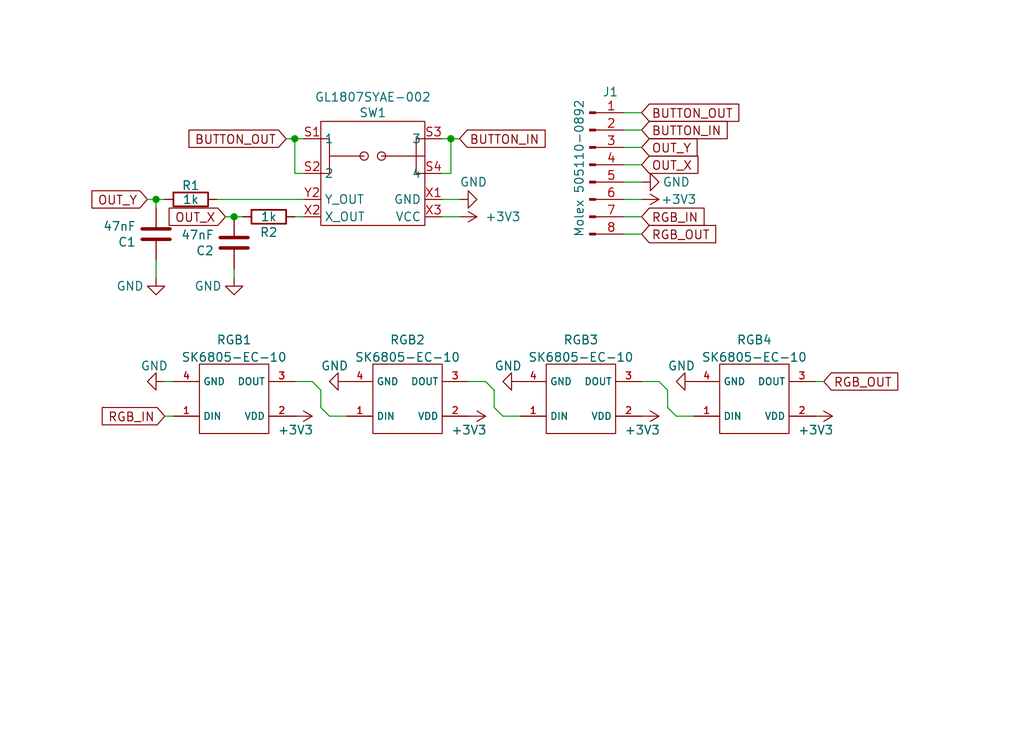
<source format=kicad_sch>
(kicad_sch (version 20231120) (generator "eeschema") (generator_version "8.0")
  (paper "User" 150 110)
  (title_block (title "ProGCC 4 Stick Module") (date "2025-05-17") (rev "1") (company "Hand Held Legend, LLC"))
  (lib_symbols
    (symbol "Connector:Conn_01x08_Pin" (pin_names (offset 1.016) hide)
      (property "Reference" "J" (at 0 10.16 0))
      (property "Value" "Conn_01x08_Pin" (at 0 -12.7 0))
      (symbol "Conn_01x08_Pin_1_1"
        (polyline (pts (xy 1.27 -10.16) (xy 0.8636 -10.16)) (stroke (width 0.1524)))
        (polyline (pts (xy 1.27 -7.62) (xy 0.8636 -7.62)) (stroke (width 0.1524)))
        (polyline (pts (xy 1.27 -5.08) (xy 0.8636 -5.08)) (stroke (width 0.1524)))
        (polyline (pts (xy 1.27 -2.54) (xy 0.8636 -2.54)) (stroke (width 0.1524)))
        (polyline (pts (xy 1.27 0) (xy 0.8636 0)) (stroke (width 0.1524)))
        (polyline (pts (xy 1.27 2.54) (xy 0.8636 2.54)) (stroke (width 0.1524)))
        (polyline (pts (xy 1.27 5.08) (xy 0.8636 5.08)) (stroke (width 0.1524)))
        (polyline (pts (xy 1.27 7.62) (xy 0.8636 7.62)) (stroke (width 0.1524)))
        (rectangle (start 0.8636 -10.033) (end 0 -10.287) (stroke (width 0.1524)) (fill (type outline)))
        (rectangle (start 0.8636 -7.493) (end 0 -7.747) (stroke (width 0.1524)) (fill (type outline)))
        (rectangle (start 0.8636 -4.953) (end 0 -5.207) (stroke (width 0.1524)) (fill (type outline)))
        (rectangle (start 0.8636 -2.413) (end 0 -2.667) (stroke (width 0.1524)) (fill (type outline)))
        (rectangle (start 0.8636 0.127) (end 0 -0.127) (stroke (width 0.1524)) (fill (type outline)))
        (rectangle (start 0.8636 2.667) (end 0 2.413) (stroke (width 0.1524)) (fill (type outline)))
        (rectangle (start 0.8636 5.207) (end 0 4.953) (stroke (width 0.1524)) (fill (type outline)))
        (rectangle (start 0.8636 7.747) (end 0 7.493) (stroke (width 0.1524)) (fill (type outline)))
        (pin passive line (at 5.08 7.62 180) (length 3.81) (name "Pin_1") (number "1"))
        (pin passive line (at 5.08 5.08 180) (length 3.81) (name "Pin_2") (number "2"))
        (pin passive line (at 5.08 2.54 180) (length 3.81) (name "Pin_3") (number "3"))
        (pin passive line (at 5.08 0 180) (length 3.81) (name "Pin_4") (number "4"))
        (pin passive line (at 5.08 -2.54 180) (length 3.81) (name "Pin_5") (number "5"))
        (pin passive line (at 5.08 -5.08 180) (length 3.81) (name "Pin_6") (number "6"))
        (pin passive line (at 5.08 -7.62 180) (length 3.81) (name "Pin_7") (number "7"))
        (pin passive line (at 5.08 -10.16 180) (length 3.81) (name "Pin_8") (number "8"))
      )
    )
    (symbol "Device:C" (pin_numbers hide) (pin_names (offset 0.254))
      (property "Reference" "C" (at 0.635 2.54 0))
      (property "Value" "C" (at 0.635 -2.54 0))
      (symbol "C_0_1"
        (polyline (pts (xy -2.032 -0.762) (xy 2.032 -0.762)) (stroke (width 0.508)))
        (polyline (pts (xy -2.032 0.762) (xy 2.032 0.762)) (stroke (width 0.508)))
      )
      (symbol "C_1_1"
        (pin passive line (at 0 3.81 270) (length 2.794) (name "~") (number "1"))
        (pin passive line (at 0 -3.81 90) (length 2.794) (name "~") (number "2"))
      )
    )
    (symbol "Device:R" (pin_numbers hide) (pin_names (offset 0))
      (property "Reference" "R" (at 2.032 0 90))
      (property "Value" "R" (at 0 0 90))
      (symbol "R_0_1"
        (rectangle (start -1.016 -2.54) (end 1.016 2.54) (stroke (width 0.254)))
      )
      (symbol "R_1_1"
        (pin passive line (at 0 3.81 270) (length 1.27) (name "~") (number "1"))
        (pin passive line (at 0 -3.81 90) (length 1.27) (name "~") (number "2"))
      )
    )
    (symbol "power:+3V3" (power) (pin_names (offset 0))
      (property "Value" "+3V3" (at 0 3.556 0))
      (symbol "+3V3_0_1"
        (polyline (pts (xy -0.762 1.27) (xy 0 2.54)))
        (polyline (pts (xy 0 0) (xy 0 2.54)))
        (polyline (pts (xy 0 2.54) (xy 0.762 1.27)))
      )
      (symbol "+3V3_1_1"
        (pin power_in line (at 0 0 90) (length 0) hide (name "+3V3") (number "1"))
      )
    )
    (symbol "power:GND" (power) (pin_names (offset 0))
      (property "Value" "GND" (at 0 -3.81 0))
      (symbol "GND_0_1"
        (polyline (pts (xy 0 0) (xy 0 -1.27) (xy 1.27 -1.27) (xy 0 -2.54) (xy -1.27 -1.27) (xy 0 -1.27)))
      )
      (symbol "GND_1_1"
        (pin power_in line (at 0 0 270) (length 0) hide (name "GND") (number "1"))
      )
    )
    (symbol "progcc_v3:GL1807SYAE-002"
      (property "Reference" "SW" (at 0 6.35 0))
      (symbol "GL1807SYAE-002_0_1"
        (rectangle (start -7.62 5.08) (end 7.62 -10.16))
        (circle (center -1.27 0) (radius 0.6087))
        (polyline (pts (xy -6.35 0) (xy -1.27 0)))
        (polyline (pts (xy 1.27 0) (xy 7.62 0)))
        (polyline (pts (xy -7.62 2.54) (xy -6.35 2.54) (xy -6.35 0) (xy -6.35 -2.54) (xy -7.62 -2.54)))
        (polyline (pts (xy 7.62 2.54) (xy 6.35 2.54) (xy 6.35 0) (xy 6.35 -2.54) (xy 7.62 -2.54)))
        (circle (center 1.27 0) (radius 0.6087))
      )
      (symbol "GL1807SYAE-002_1_1"
        (pin input line (at -10.16 2.54 0) (length 2.54) (name "1") (number "S1"))
        (pin input line (at -10.16 -2.54 0) (length 2.54) (name "2") (number "S2"))
        (pin input line (at 10.16 2.54 180) (length 2.54) (name "3") (number "S3"))
        (pin input line (at 10.16 -2.54 180) (length 2.54) (name "4") (number "S4"))
        (pin input line (at 10.16 -6.35 180) (length 2.54) (name "GND") (number "X1"))
        (pin input line (at -10.16 -8.89 0) (length 2.54) (name "X_OUT") (number "X2"))
        (pin input line (at 10.16 -8.89 180) (length 2.54) (name "VCC") (number "X3"))
        (pin input line (at 10.16 -6.35 180) (length 2.54) hide (name "GND") (number "Y1"))
        (pin input line (at -10.16 -6.35 0) (length 2.54) (name "Y_OUT") (number "Y2"))
        (pin input line (at 10.16 -8.89 180) (length 2.54) hide (name "VCC") (number "Y3"))
      )
    )
    (symbol "progcc_v3:SK6805-EC-10"
      (property "Reference" "L4" (at 0 10.16 0))
      (property "Value" "SK6805-EC-10" (at 0 7.62 0))
      (symbol "SK6805-EC-10_0_0"
        (pin input line (at -8.89 -2.54 0) (length 3.81) (name "DIN") (number "1"))
        (pin power_in line (at 8.89 -2.54 180) (length 3.81) (name "VDD") (number "2"))
        (pin output line (at 8.89 2.54 180) (length 3.81) (name "DOUT") (number "3"))
        (pin power_in line (at -8.89 2.54 0) (length 3.81) (name "GND") (number "4"))
      )
      (symbol "SK6805-EC-10_0_1"
        (polyline (pts (xy -5.08 2.54) (xy -5.08 5.08) (xy 5.08 5.08) (xy 5.08 -5.08) (xy -5.08 -5.08) (xy -5.08 2.54)))
      )
    )
  )
  (junction (at 66.04 20.32))
  (junction (at 34.29 31.75))
  (junction (at 43.18 20.32))
  (junction (at 22.86 29.21))
  (wire (pts (xy 93.98 26.67) (xy 91.44 26.67)))
  (wire (pts (xy 43.18 20.32) (xy 43.18 25.4)))
  (wire (pts (xy 93.98 19.05) (xy 91.44 19.05)))
  (wire (pts (xy 93.98 21.59) (xy 91.44 21.59)))
  (wire (pts (xy 34.29 31.75) (xy 33.02 31.75)))
  (wire (pts (xy 73.66 60.96) (xy 76.2 60.96)))
  (wire (pts (xy 45.72 55.88) (xy 46.99 57.15)))
  (wire (pts (xy 120.65 55.88) (xy 119.38 55.88)))
  (wire (pts (xy 64.77 31.75) (xy 67.31 31.75)))
  (wire (pts (xy 93.98 24.13) (xy 91.44 24.13)))
  (wire (pts (xy 93.98 29.21) (xy 91.44 29.21)))
  (wire (pts (xy 97.79 57.15) (xy 97.79 59.69)))
  (wire (pts (xy 41.91 20.32) (xy 43.18 20.32)))
  (wire (pts (xy 46.99 59.69) (xy 48.26 60.96)))
  (wire (pts (xy 66.04 20.32) (xy 67.31 20.32)))
  (wire (pts (xy 66.04 20.32) (xy 66.04 25.4)))
  (wire (pts (xy 43.18 55.88) (xy 45.72 55.88)))
  (wire (pts (xy 64.77 29.21) (xy 67.31 29.21)))
  (wire (pts (xy 46.99 57.15) (xy 46.99 59.69)))
  (wire (pts (xy 24.13 29.21) (xy 22.86 29.21)))
  (wire (pts (xy 96.52 55.88) (xy 97.79 57.15)))
  (wire (pts (xy 43.18 31.75) (xy 44.45 31.75)))
  (wire (pts (xy 31.75 29.21) (xy 44.45 29.21)))
  (wire (pts (xy 93.98 34.29) (xy 91.44 34.29)))
  (wire (pts (xy 22.86 29.21) (xy 21.59 29.21)))
  (wire (pts (xy 22.86 30.48) (xy 22.86 29.21)))
  (wire (pts (xy 22.86 38.1) (xy 22.86 40.64)))
  (wire (pts (xy 24.13 60.96) (xy 25.4 60.96)))
  (wire (pts (xy 43.18 20.32) (xy 44.45 20.32)))
  (wire (pts (xy 34.29 40.64) (xy 34.29 39.37)))
  (wire (pts (xy 68.58 55.88) (xy 71.12 55.88)))
  (wire (pts (xy 72.39 57.15) (xy 72.39 59.69)))
  (wire (pts (xy 48.26 60.96) (xy 50.8 60.96)))
  (wire (pts (xy 99.06 60.96) (xy 101.6 60.96)))
  (wire (pts (xy 71.12 55.88) (xy 72.39 57.15)))
  (wire (pts (xy 64.77 20.32) (xy 66.04 20.32)))
  (wire (pts (xy 91.44 16.51) (xy 93.98 16.51)))
  (wire (pts (xy 35.56 31.75) (xy 34.29 31.75)))
  (wire (pts (xy 64.77 25.4) (xy 66.04 25.4)))
  (wire (pts (xy 97.79 59.69) (xy 99.06 60.96)))
  (wire (pts (xy 43.18 25.4) (xy 44.45 25.4)))
  (wire (pts (xy 24.13 55.88) (xy 25.4 55.88)))
  (wire (pts (xy 93.98 55.88) (xy 96.52 55.88)))
  (wire (pts (xy 93.98 31.75) (xy 91.44 31.75)))
  (wire (pts (xy 72.39 59.69) (xy 73.66 60.96)))
  (global_label "RGB_IN" (shape input) (at 24.13 60.96 180) (property "Intersheetrefs" "${INTERSHEET_REFS}" (effects (hide yes))))
  (global_label "OUT_X" (shape input) (at 93.98 24.13 0) (property "Intersheetrefs" "${INTERSHEET_REFS}" (effects (hide yes))))
  (global_label "RGB_OUT" (shape input) (at 93.98 34.29 0) (property "Intersheetrefs" "${INTERSHEET_REFS}" (effects (hide yes))))
  (global_label "OUT_X" (shape input) (at 33.02 31.75 180) (property "Intersheetrefs" "${INTERSHEET_REFS}" (effects (hide yes))))
  (global_label "BUTTON_IN" (shape input) (at 67.31 20.32 0) (property "Intersheetrefs" "${INTERSHEET_REFS}" (effects (hide yes))))
  (global_label "RGB_IN" (shape input) (at 93.98 31.75 0) (property "Intersheetrefs" "${INTERSHEET_REFS}" (effects (hide yes))))
  (global_label "OUT_Y" (shape input) (at 21.59 29.21 180) (property "Intersheetrefs" "${INTERSHEET_REFS}" (effects (hide yes))))
  (global_label "OUT_Y" (shape input) (at 93.98 21.59 0) (property "Intersheetrefs" "${INTERSHEET_REFS}" (effects (hide yes))))
  (global_label "BUTTON_OUT" (shape input) (at 93.98 16.51 0) (property "Intersheetrefs" "${INTERSHEET_REFS}" (effects (hide yes))))
  (global_label "RGB_OUT" (shape input) (at 120.65 55.88 0) (property "Intersheetrefs" "${INTERSHEET_REFS}" (effects (hide yes))))
  (global_label "BUTTON_IN" (shape input) (at 93.98 19.05 0) (property "Intersheetrefs" "${INTERSHEET_REFS}" (effects (hide yes))))
  (global_label "BUTTON_OUT" (shape input) (at 41.91 20.32 180) (property "Intersheetrefs" "${INTERSHEET_REFS}" (effects (hide yes))))
  (symbol (lib_id "Device:C") (at 34.29 35.56 180) (unit 1)
    (property "Reference" "C2" (at 31.369 36.7284 0) (effects (justify left)))
    (property "Value" "47nF" (at 31.369 34.417 0) (effects (justify left)))
    (property "Footprint" "Capacitor_SMD:C_0603_1608Metric" (effects (hide yes)))
    (property "Description" "50V 47nF X7R ±5% 0603" (effects (hide yes)))
    (property "LCSC" "C519554" (effects (hide yes)))
    (property "MPN" "CC0603JRX7R9BB473" (effects (hide yes)))
    (property "Manufacturer" "YAGEO" (effects (hide yes)))
    (property "Price" "0.0026" (effects (hide yes)))
    (property "Package" "0603" (effects (hide yes)))
    (property "Reviewed" "Yes" (effects (hide yes)))
  )
  (symbol (lib_id "Connector:Conn_01x08_Pin") (at 86.36 24.13 0) (unit 1)
    (property "Reference" "J1" (at 89.408 13.462 0))
    (property "Value" "Molex 505110-0892" (at 84.836 24.638 90))
    (property "Footprint" "hhl:5051100892" (effects (hide yes)))
    (property "Description" "Generic connector, single row, 01x08, script generated" (effects (hide yes)))
    (property "MPN" "505110-0892" (effects (hide yes)))
    (property "LCSC" "C5902847" (effects (hide yes)))
    (property "Manufacturer" "MOLEX" (effects (hide yes)))
    (property "Reviewed" "Yes" (effects (hide yes)))
  )
  (symbol (lib_id "power:GND") (at 93.98 26.67 90) (unit 1)
    (property "Reference" "#PWR06" (effects (hide yes)))
    (property "Value" "GND" (at 99.06 26.67 90))
    (property "Description" "Power symbol creates a global label with name \"GND\" , ground" (effects (hide yes)))
  )
  (symbol (lib_id "power:+3V3") (at 67.31 31.75 270) (unit 1)
    (property "Reference" "#PWR04" (effects (hide yes)))
    (property "Value" "+3V3" (at 73.66 31.75 90))
  )
  (symbol (lib_id "Device:R") (at 27.94 29.21 270) (unit 1)
    (property "Reference" "R1" (at 27.94 27.178 90))
    (property "Value" "1k" (at 27.94 29.21 90))
    (property "Footprint" "Resistor_SMD:R_0201_0603Metric" (effects (hide yes)))
    (property "Description" "50mW Thick Film Resistors 25V ±1% ±200ppm/℃ 1kΩ" (effects (hide yes)))
    (property "LCSC" "C138165" (effects (hide yes)))
    (property "MPN" "RC0201FR-071KL" (effects (hide yes)))
    (property "Price" "0.0006" (effects (hide yes)))
    (property "Package" "0201" (effects (hide yes)))
    (property "Manufacturer" "YAGEO" (effects (hide yes)))
    (property "Reviewed" "Yes" (effects (hide yes)))
  )
  (symbol (lib_id "power:+3V3") (at 93.98 29.21 270) (unit 1)
    (property "Reference" "#PWR05" (effects (hide yes)))
    (property "Value" "+3V3" (at 96.774 29.21 90) (effects (justify left)))
    (property "Description" "Power symbol creates a global label with name \"+3V3\"" (effects (hide yes)))
  )
  (symbol (lib_id "progcc_v3:SK6805-EC-10") (at 110.49 58.42 0) (unit 1)
    (property "Reference" "RGB4" (at 110.49 49.784 0))
    (property "Value" "SK6805-EC-10" (at 110.49 52.324 0))
    (property "Footprint" "hhl:SK6805-EC-10" (effects (hide yes)))
    (property "Datasheet" "https://cdn-shop.adafruit.com/product-files/5849/SK6805-EC10-000_REV.01_EN.pdf" (effects (hide yes)))
    (property "Description" "RGB LED" (effects (hide yes)))
    (property "MPN" "SK6805-EC-10" (effects (hide yes)))
    (property "LCSC" "C22394946" (effects (hide yes)))
    (property "Price" "0.0492" (effects (hide yes)))
    (property "Link" "https://cdn-shop.adafruit.com/product-files/5849/SK6805-EC10-000_REV.01_EN.pdf" (effects (hide yes)))
    (property "Package" "SK6805-EC-10" (effects (hide yes)))
    (property "Manufacturer" "OPSCO Optoelectronics" (effects (hide yes)))
    (property "Reviewed" "Yes" (effects (hide yes)))
  )
  (symbol (lib_id "progcc_v3:SK6805-EC-10") (at 59.69 58.42 0) (unit 1)
    (property "Reference" "RGB2" (at 59.69 49.784 0))
    (property "Value" "SK6805-EC-10" (at 59.69 52.324 0))
    (property "Footprint" "hhl:SK6805-EC-10" (effects (hide yes)))
    (property "Datasheet" "https://cdn-shop.adafruit.com/product-files/5849/SK6805-EC10-000_REV.01_EN.pdf" (effects (hide yes)))
    (property "Description" "RGB LED" (effects (hide yes)))
    (property "MPN" "SK6805-EC-10" (effects (hide yes)))
    (property "LCSC" "C22394946" (effects (hide yes)))
    (property "Price" "0.0492" (effects (hide yes)))
    (property "Link" "https://cdn-shop.adafruit.com/product-files/5849/SK6805-EC10-000_REV.01_EN.pdf" (effects (hide yes)))
    (property "Package" "SK6805-EC-10" (effects (hide yes)))
    (property "Manufacturer" "OPSCO Optoelectronics" (effects (hide yes)))
    (property "Reviewed" "Yes" (effects (hide yes)))
  )
  (symbol (lib_id "power:GND") (at 76.2 55.88 270) (unit 1)
    (property "Reference" "#PWR011" (effects (hide yes)))
    (property "Value" "GND" (at 74.422 53.594 90))
    (property "Description" "Power symbol creates a global label with name \"GND\" , ground" (effects (hide yes)))
  )
  (symbol (lib_id "progcc_v3:SK6805-EC-10") (at 85.09 58.42 0) (unit 1)
    (property "Reference" "RGB3" (at 85.09 49.784 0))
    (property "Value" "SK6805-EC-10" (at 85.09 52.324 0))
    (property "Footprint" "hhl:SK6805-EC-10" (effects (hide yes)))
    (property "Datasheet" "https://cdn-shop.adafruit.com/product-files/5849/SK6805-EC10-000_REV.01_EN.pdf" (effects (hide yes)))
    (property "Description" "RGB LED" (effects (hide yes)))
    (property "MPN" "SK6805-EC-10" (effects (hide yes)))
    (property "LCSC" "C22394946" (effects (hide yes)))
    (property "Price" "0.0492" (effects (hide yes)))
    (property "Link" "https://cdn-shop.adafruit.com/product-files/5849/SK6805-EC10-000_REV.01_EN.pdf" (effects (hide yes)))
    (property "Package" "SK6805-EC-10" (effects (hide yes)))
    (property "Manufacturer" "OPSCO Optoelectronics" (effects (hide yes)))
    (property "Reviewed" "Yes" (effects (hide yes)))
  )
  (symbol (lib_id "power:GND") (at 34.29 40.64 0) (unit 1)
    (property "Reference" "#PWR02" (effects (hide yes)))
    (property "Value" "GND" (at 30.48 41.91 0))
  )
  (symbol (lib_id "progcc_v3:GL1807SYAE-002") (at 54.61 22.86 0) (unit 1)
    (property "Reference" "SW1" (at 54.61 16.51 0))
    (property "Value" "GL1807SYAE-002" (at 54.61 14.224 0))
    (property "Footprint" "hhl:GL1807SYAE" (effects (hide yes)))
    (property "Datasheet" "${KIPRJMOD}/../progcc_v3_libs/docs/GuliKit Hall stick GL18,hall sensor datasheet.pdf" (effects (hide yes)))
    (property "Description" "TMR Analog Stick with button" (effects (hide yes)))
    (property "MPN" "GL1807SYAE-002" (effects (hide yes)))
    (property "Price" "1.90" (effects (hide yes)))
    (property "Package" "-" (effects (hide yes)))
    (property "Manufacturer" "Gulikit" (effects (hide yes)))
    (property "Reviewed" "Yes" (effects (hide yes)))
  )
  (symbol (lib_id "power:GND") (at 50.8 55.88 270) (unit 1)
    (property "Reference" "#PWR09" (effects (hide yes)))
    (property "Value" "GND" (at 49.022 53.594 90))
    (property "Description" "Power symbol creates a global label with name \"GND\" , ground" (effects (hide yes)))
  )
  (symbol (lib_id "power:GND") (at 67.31 29.21 90) (unit 1)
    (property "Reference" "#PWR03" (effects (hide yes)))
    (property "Value" "GND" (at 67.31 26.67 90) (effects (justify right)))
  )
  (symbol (lib_id "power:GND") (at 22.86 40.64 0) (unit 1)
    (property "Reference" "#PWR01" (effects (hide yes)))
    (property "Value" "GND" (at 19.05 41.91 0))
  )
  (symbol (lib_id "Device:R") (at 39.37 31.75 270) (unit 1)
    (property "Reference" "R2" (at 39.37 34.036 90))
    (property "Value" "1k" (at 39.37 31.75 90))
    (property "Footprint" "Resistor_SMD:R_0201_0603Metric" (effects (hide yes)))
    (property "Description" "50mW Thick Film Resistors 25V ±1% ±200ppm/℃ 1kΩ" (effects (hide yes)))
    (property "LCSC" "C138165" (effects (hide yes)))
    (property "MPN" "RC0201FR-071KL" (effects (hide yes)))
    (property "Price" "0.0006" (effects (hide yes)))
    (property "Package" "0201" (effects (hide yes)))
    (property "Manufacturer" "YAGEO" (effects (hide yes)))
    (property "Reviewed" "Yes" (effects (hide yes)))
  )
  (symbol (lib_id "power:+3V3") (at 93.98 60.96 270) (unit 1)
    (property "Reference" "#PWR012" (effects (hide yes)))
    (property "Value" "+3V3" (at 91.44 62.992 90) (effects (justify left)))
    (property "Description" "Power symbol creates a global label with name \"+3V3\"" (effects (hide yes)))
  )
  (symbol (lib_id "power:+3V3") (at 43.18 60.96 270) (unit 1)
    (property "Reference" "#PWR08" (effects (hide yes)))
    (property "Value" "+3V3" (at 40.64 62.992 90) (effects (justify left)))
    (property "Description" "Power symbol creates a global label with name \"+3V3\"" (effects (hide yes)))
  )
  (symbol (lib_id "Device:C") (at 22.86 34.29 180) (unit 1)
    (property "Reference" "C1" (at 19.939 35.4584 0) (effects (justify left)))
    (property "Value" "47nF" (at 19.939 33.147 0) (effects (justify left)))
    (property "Footprint" "Capacitor_SMD:C_0603_1608Metric" (effects (hide yes)))
    (property "Description" "50V 47nF X7R ±5% 0603" (effects (hide yes)))
    (property "LCSC" "C519554" (effects (hide yes)))
    (property "MPN" "CC0603JRX7R9BB473" (effects (hide yes)))
    (property "Manufacturer" "YAGEO" (effects (hide yes)))
    (property "Price" "0.0026" (effects (hide yes)))
    (property "Package" "0603" (effects (hide yes)))
    (property "Reviewed" "Yes" (effects (hide yes)))
  )
  (symbol (lib_id "power:+3V3") (at 119.38 60.96 270) (unit 1)
    (property "Reference" "#PWR014" (effects (hide yes)))
    (property "Value" "+3V3" (at 116.84 62.992 90) (effects (justify left)))
    (property "Description" "Power symbol creates a global label with name \"+3V3\"" (effects (hide yes)))
  )
  (symbol (lib_id "progcc_v3:SK6805-EC-10") (at 34.29 58.42 0) (unit 1)
    (property "Reference" "RGB1" (at 34.29 49.784 0))
    (property "Value" "SK6805-EC-10" (at 34.29 52.324 0))
    (property "Footprint" "hhl:SK6805-EC-10" (effects (hide yes)))
    (property "Datasheet" "https://cdn-shop.adafruit.com/product-files/5849/SK6805-EC10-000_REV.01_EN.pdf" (effects (hide yes)))
    (property "Description" "RGB LED" (effects (hide yes)))
    (property "MPN" "SK6805-EC-10" (effects (hide yes)))
    (property "LCSC" "C22394946" (effects (hide yes)))
    (property "Price" "0.0492" (effects (hide yes)))
    (property "Link" "https://cdn-shop.adafruit.com/product-files/5849/SK6805-EC10-000_REV.01_EN.pdf" (effects (hide yes)))
    (property "Package" "SK6805-EC-10" (effects (hide yes)))
    (property "Manufacturer" "OPSCO Optoelectronics" (effects (hide yes)))
    (property "Reviewed" "Yes" (effects (hide yes)))
  )
  (symbol (lib_id "power:+3V3") (at 68.58 60.96 270) (unit 1)
    (property "Reference" "#PWR010" (effects (hide yes)))
    (property "Value" "+3V3" (at 66.04 62.992 90) (effects (justify left)))
    (property "Description" "Power symbol creates a global label with name \"+3V3\"" (effects (hide yes)))
  )
  (symbol (lib_id "power:GND") (at 101.6 55.88 270) (unit 1)
    (property "Reference" "#PWR013" (effects (hide yes)))
    (property "Value" "GND" (at 99.822 53.594 90))
    (property "Description" "Power symbol creates a global label with name \"GND\" , ground" (effects (hide yes)))
  )
  (symbol (lib_id "power:GND") (at 24.13 55.88 270) (unit 1)
    (property "Reference" "#PWR07" (effects (hide yes)))
    (property "Value" "GND" (at 22.606 53.594 90))
    (property "Description" "Power symbol creates a global label with name \"GND\" , ground" (effects (hide yes)))
  )
)
</source>
